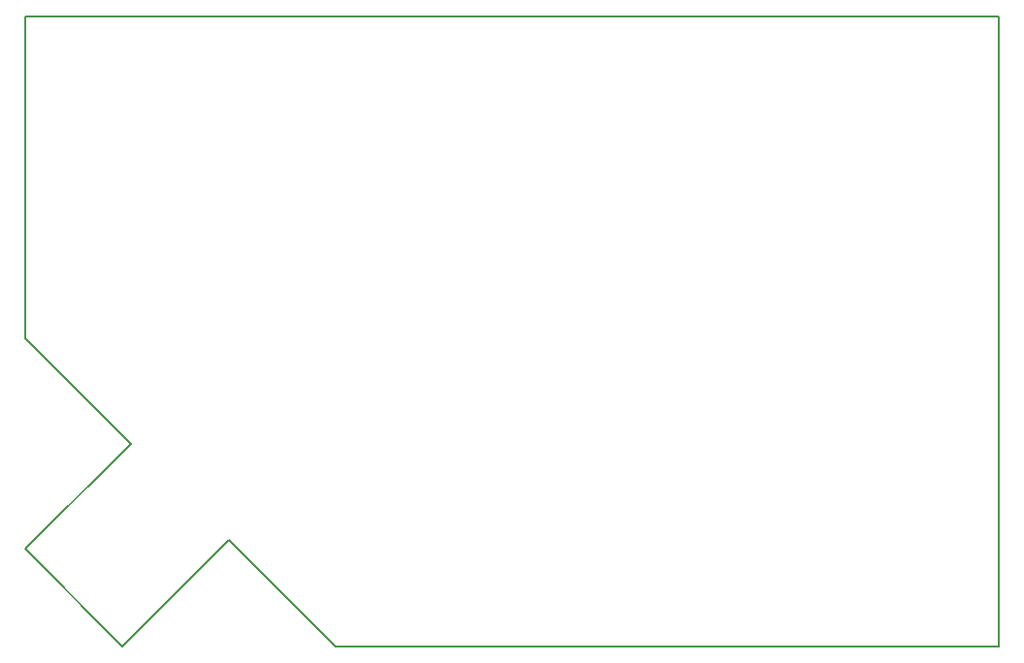
<source format=gm1>
G04 #@! TF.FileFunction,Profile,NP*
%FSLAX46Y46*%
G04 Gerber Fmt 4.6, Leading zero omitted, Abs format (unit mm)*
G04 Created by KiCad (PCBNEW 4.0.7) date 09/22/17 17:03:54*
%MOMM*%
%LPD*%
G01*
G04 APERTURE LIST*
%ADD10C,0.100000*%
%ADD11C,0.150000*%
G04 APERTURE END LIST*
D10*
D11*
X172100000Y-145000000D02*
X230000000Y-145000000D01*
X162800000Y-135700000D02*
X172100000Y-145000000D01*
X145000000Y-118100000D02*
X145000000Y-90000000D01*
X154200000Y-127300000D02*
X145000000Y-118100000D01*
X145000000Y-136500000D02*
X154200000Y-127300000D01*
X153500000Y-145000000D02*
X162800000Y-135700000D01*
X145000000Y-90000000D02*
X158200000Y-90000000D01*
X153500000Y-145000000D02*
X145000000Y-136500000D01*
X230000000Y-90000000D02*
X158200000Y-90000000D01*
X230000000Y-145000000D02*
X230000000Y-90000000D01*
M02*

</source>
